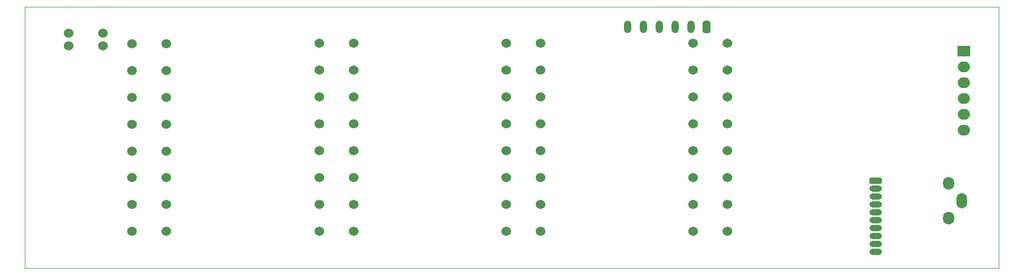
<source format=gbr>
%TF.GenerationSoftware,KiCad,Pcbnew,5.1.9-73d0e3b20d~88~ubuntu20.04.1*%
%TF.CreationDate,2021-03-03T11:26:58+04:00*%
%TF.ProjectId,interface_board,696e7465-7266-4616-9365-5f626f617264,rev?*%
%TF.SameCoordinates,Original*%
%TF.FileFunction,Soldermask,Bot*%
%TF.FilePolarity,Negative*%
%FSLAX46Y46*%
G04 Gerber Fmt 4.6, Leading zero omitted, Abs format (unit mm)*
G04 Created by KiCad (PCBNEW 5.1.9-73d0e3b20d~88~ubuntu20.04.1) date 2021-03-03 11:26:58*
%MOMM*%
%LPD*%
G01*
G04 APERTURE LIST*
%TA.AperFunction,Profile*%
%ADD10C,0.050000*%
%TD*%
%TA.AperFunction,Profile*%
%ADD11C,0.100000*%
%TD*%
%ADD12C,1.524000*%
%ADD13O,2.000000X1.000000*%
%ADD14O,1.700000X2.500000*%
%ADD15O,1.800000X2.100000*%
%ADD16R,2.000000X1.700000*%
%ADD17O,2.000000X1.700000*%
%ADD18O,1.200000X2.000000*%
G04 APERTURE END LIST*
D10*
X222900000Y-88100000D02*
X66700000Y-88100000D01*
D11*
X222900000Y-46100000D02*
X222900000Y-88100000D01*
X66700000Y-88100000D02*
X66700000Y-46100000D01*
X66700000Y-46100000D02*
X222900000Y-46100000D01*
D12*
%TO.C,D32*%
X173930000Y-82210000D03*
X179450000Y-82210000D03*
%TD*%
%TO.C,D31*%
X173930000Y-77884652D03*
X179450000Y-77884652D03*
%TD*%
%TO.C,D30*%
X173930000Y-73559306D03*
X179450000Y-73559306D03*
%TD*%
%TO.C,D29*%
X173930000Y-69233960D03*
X179450000Y-69233960D03*
%TD*%
%TO.C,D28*%
X173930000Y-64908614D03*
X179450000Y-64908614D03*
%TD*%
%TO.C,D27*%
X173930000Y-60583268D03*
X179450000Y-60583268D03*
%TD*%
%TO.C,D26*%
X173930000Y-56257922D03*
X179450000Y-56257922D03*
%TD*%
%TO.C,D25*%
X173930000Y-51932576D03*
X179450000Y-51932576D03*
%TD*%
%TO.C,D24*%
X143930000Y-82210000D03*
X149450000Y-82210000D03*
%TD*%
%TO.C,D23*%
X143930000Y-77881426D03*
X149450000Y-77881426D03*
%TD*%
%TO.C,D22*%
X143930000Y-73552855D03*
X149450000Y-73552855D03*
%TD*%
%TO.C,D21*%
X143930000Y-69224284D03*
X149450000Y-69224284D03*
%TD*%
%TO.C,D20*%
X143930000Y-64895713D03*
X149450000Y-64895713D03*
%TD*%
%TO.C,D19*%
X143930000Y-60567142D03*
X149450000Y-60567142D03*
%TD*%
%TO.C,D18*%
X143930000Y-56238571D03*
X149450000Y-56238571D03*
%TD*%
%TO.C,D17*%
X143930000Y-51910000D03*
X149450000Y-51910000D03*
%TD*%
%TO.C,D16*%
X113930000Y-82210000D03*
X119450000Y-82210000D03*
%TD*%
%TO.C,D15*%
X113930000Y-77892024D03*
X119450000Y-77892024D03*
%TD*%
%TO.C,D14*%
X113930000Y-73574052D03*
X119450000Y-73574052D03*
%TD*%
%TO.C,D13*%
X113930000Y-69256080D03*
X119450000Y-69256080D03*
%TD*%
%TO.C,D12*%
X113930000Y-64938108D03*
X119450000Y-64938108D03*
%TD*%
%TO.C,D11*%
X113930000Y-60620136D03*
X119450000Y-60620136D03*
%TD*%
%TO.C,D10*%
X113930000Y-56302164D03*
X119450000Y-56302164D03*
%TD*%
%TO.C,D9*%
X113930000Y-51984192D03*
X119450000Y-51984192D03*
%TD*%
%TO.C,D8*%
X83930000Y-82210000D03*
X89450000Y-82210000D03*
%TD*%
%TO.C,D7*%
X83930000Y-77895710D03*
X89450000Y-77895710D03*
%TD*%
%TO.C,D6*%
X83930000Y-73581425D03*
X89450000Y-73581425D03*
%TD*%
%TO.C,D5*%
X83930000Y-69267140D03*
X89450000Y-69267140D03*
%TD*%
%TO.C,D4*%
X83930000Y-64952855D03*
X89450000Y-64952855D03*
%TD*%
%TO.C,D3*%
X83930000Y-60638570D03*
X89450000Y-60638570D03*
%TD*%
%TO.C,D2*%
X83930000Y-56324285D03*
X89450000Y-56324285D03*
%TD*%
%TO.C,D1*%
X83930000Y-52010000D03*
X89450000Y-52010000D03*
%TD*%
%TO.C,D34*%
X79230000Y-52410000D03*
X73710000Y-52410000D03*
%TD*%
%TO.C,D33*%
X79230000Y-50300000D03*
X73710000Y-50300000D03*
%TD*%
D13*
%TO.C,J3*%
X203180000Y-85492000D03*
X203180000Y-84222000D03*
X203180000Y-82952000D03*
X203180000Y-81682000D03*
X203180000Y-80412000D03*
X203180000Y-79142000D03*
X203180000Y-77872000D03*
X203180000Y-76602000D03*
X203180000Y-75332000D03*
G36*
G01*
X202430000Y-73562000D02*
X203930000Y-73562000D01*
G75*
G02*
X204180000Y-73812000I0J-250000D01*
G01*
X204180000Y-74312000D01*
G75*
G02*
X203930000Y-74562000I-250000J0D01*
G01*
X202430000Y-74562000D01*
G75*
G02*
X202180000Y-74312000I0J250000D01*
G01*
X202180000Y-73812000D01*
G75*
G02*
X202430000Y-73562000I250000J0D01*
G01*
G37*
%TD*%
D14*
%TO.C,J4*%
X217025000Y-77300000D03*
D15*
X214875000Y-74500000D03*
X214875000Y-80100000D03*
%TD*%
D16*
%TO.C,J2*%
X217350000Y-53200000D03*
D17*
X217350000Y-55740000D03*
X217350000Y-58280000D03*
X217350000Y-60820000D03*
X217350000Y-63360000D03*
X217350000Y-65900000D03*
%TD*%
%TO.C,J1*%
G36*
G01*
X176670000Y-48650000D02*
X176670000Y-50050000D01*
G75*
G02*
X176370000Y-50350000I-300000J0D01*
G01*
X175770000Y-50350000D01*
G75*
G02*
X175470000Y-50050000I0J300000D01*
G01*
X175470000Y-48650000D01*
G75*
G02*
X175770000Y-48350000I300000J0D01*
G01*
X176370000Y-48350000D01*
G75*
G02*
X176670000Y-48650000I0J-300000D01*
G01*
G37*
D18*
X173530000Y-49350000D03*
X170990000Y-49350000D03*
X168450000Y-49350000D03*
X165910000Y-49350000D03*
X163370000Y-49350000D03*
%TD*%
M02*

</source>
